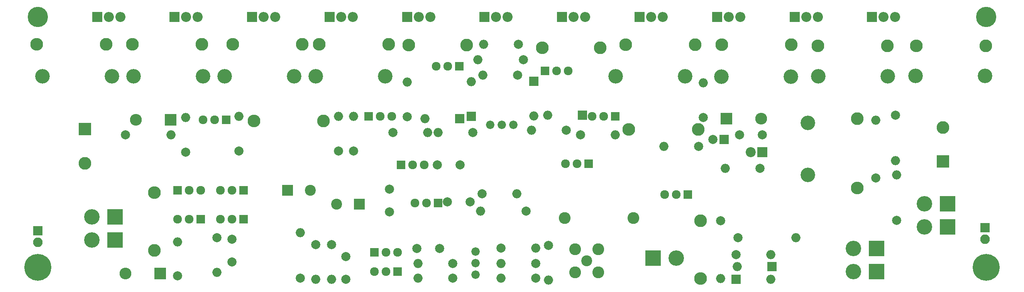
<source format=gbr>
G04 #@! TF.FileFunction,Soldermask,Bot*
%FSLAX46Y46*%
G04 Gerber Fmt 4.6, Leading zero omitted, Abs format (unit mm)*
G04 Created by KiCad (PCBNEW 4.0.7) date 06/25/21 20:42:02*
%MOMM*%
%LPD*%
G01*
G04 APERTURE LIST*
%ADD10C,0.100000*%
%ADD11C,2.000000*%
%ADD12O,2.000000X2.000000*%
%ADD13C,2.800000*%
%ADD14O,2.800000X2.800000*%
%ADD15C,1.920000*%
%ADD16R,1.920000X1.920000*%
%ADD17R,2.600000X2.600000*%
%ADD18O,2.600000X2.600000*%
%ADD19R,2.800000X2.800000*%
%ADD20C,2.600000*%
%ADD21C,2.400000*%
%ADD22R,2.000000X2.000000*%
%ADD23R,2.400000X2.400000*%
%ADD24R,2.200000X2.200000*%
%ADD25C,2.200000*%
%ADD26C,1.840000*%
%ADD27C,5.900000*%
%ADD28C,4.464000*%
%ADD29O,2.200000X2.200000*%
%ADD30C,3.200000*%
%ADD31R,2.100000X2.100000*%
%ADD32O,2.100000X2.100000*%
%ADD33R,3.400000X3.400000*%
%ADD34C,3.400000*%
%ADD35O,3.200000X3.200000*%
G04 APERTURE END LIST*
D10*
D11*
X120142000Y-84836000D03*
X120142000Y-89836000D03*
X138430000Y-72390000D03*
D12*
X130810000Y-72390000D03*
D13*
X166350000Y-53725000D03*
D14*
X153650000Y-53725000D03*
D15*
X85598000Y-91440000D03*
X83058000Y-91440000D03*
D16*
X88138000Y-91440000D03*
D11*
X73660000Y-103886000D03*
D12*
X73660000Y-96386000D03*
D13*
X187198000Y-53086000D03*
D14*
X171958000Y-53086000D03*
D15*
X183060000Y-86000000D03*
X180520000Y-86000000D03*
D16*
X185600000Y-86000000D03*
D15*
X76200000Y-85090000D03*
X78740000Y-85090000D03*
D16*
X73660000Y-85090000D03*
D17*
X194056000Y-69342000D03*
D18*
X201676000Y-69342000D03*
D19*
X53340000Y-71628000D03*
D13*
X53340000Y-79128000D03*
D20*
X160880000Y-103070000D03*
X160880000Y-97990000D03*
X165960000Y-97990000D03*
X165960000Y-103070000D03*
D21*
X163420000Y-100530000D03*
D22*
X193548000Y-73914000D03*
D11*
X191048000Y-73914000D03*
D15*
X119340000Y-98700000D03*
X121880000Y-98700000D03*
D16*
X116800000Y-98700000D03*
D11*
X162052000Y-72898000D03*
D12*
X169672000Y-72898000D03*
D11*
X85598000Y-100838000D03*
X85598000Y-95838000D03*
X201930000Y-72898000D03*
X196930000Y-72898000D03*
X110600000Y-104600000D03*
X110600000Y-99600000D03*
D23*
X97790000Y-85090000D03*
D21*
X102790000Y-85090000D03*
D23*
X113538000Y-88138000D03*
D21*
X108538000Y-88138000D03*
D11*
X132842000Y-87630000D03*
X137842000Y-87630000D03*
X149500000Y-56400000D03*
D12*
X139500000Y-56400000D03*
D11*
X231394000Y-91694000D03*
D12*
X231394000Y-81694000D03*
D11*
X62230000Y-72898000D03*
D12*
X72230000Y-72898000D03*
D19*
X241554000Y-78740000D03*
D13*
X241554000Y-71240000D03*
D11*
X231140000Y-68580000D03*
D12*
X231140000Y-78580000D03*
D17*
X69850000Y-103378000D03*
D18*
X62230000Y-103378000D03*
D24*
X201930000Y-76708000D03*
D25*
X199390000Y-76708000D03*
D22*
X138100000Y-68800000D03*
D12*
X138100000Y-61180000D03*
D22*
X151825000Y-61100000D03*
D12*
X151825000Y-68720000D03*
D17*
X72136000Y-69596000D03*
D18*
X64516000Y-69596000D03*
D11*
X144600000Y-97800000D03*
D12*
X152220000Y-97800000D03*
D11*
X155000000Y-97200000D03*
D12*
X155000000Y-104820000D03*
D11*
X87122000Y-76454000D03*
D12*
X87122000Y-68834000D03*
D11*
X75438000Y-76708000D03*
D12*
X75438000Y-69088000D03*
D11*
X82296000Y-95504000D03*
D12*
X82296000Y-103124000D03*
D11*
X134000000Y-101200000D03*
D12*
X126380000Y-101200000D03*
D11*
X134000000Y-104400000D03*
D12*
X126380000Y-104400000D03*
D11*
X152200000Y-101200000D03*
D12*
X144580000Y-101200000D03*
D11*
X152200000Y-104400000D03*
D12*
X144580000Y-104400000D03*
D26*
X139000000Y-103600000D03*
X139000000Y-101060000D03*
X139000000Y-98520000D03*
D13*
X188400000Y-91800000D03*
D14*
X188400000Y-104500000D03*
D11*
X201422000Y-80264000D03*
D12*
X193802000Y-80264000D03*
D13*
X68580000Y-98298000D03*
D14*
X68580000Y-85598000D03*
D11*
X107400000Y-97000000D03*
D12*
X107400000Y-104620000D03*
D11*
X104000000Y-97000000D03*
D12*
X104000000Y-104620000D03*
D11*
X192800000Y-91800000D03*
D12*
X192800000Y-104500000D03*
D11*
X112268000Y-76454000D03*
D12*
X112268000Y-68834000D03*
D26*
X147300000Y-70700000D03*
X144760000Y-70700000D03*
X142220000Y-70700000D03*
D11*
X158875000Y-71900000D03*
D12*
X151255000Y-71900000D03*
D11*
X187960000Y-75438000D03*
D12*
X180340000Y-75438000D03*
D11*
X120904000Y-72390000D03*
D12*
X128524000Y-72390000D03*
D13*
X187825000Y-71700000D03*
D14*
X172585000Y-71700000D03*
D11*
X124050000Y-68900000D03*
D12*
X124050000Y-61280000D03*
D11*
X188925000Y-69075000D03*
D12*
X188925000Y-61455000D03*
D13*
X137050000Y-53150000D03*
D14*
X124350000Y-53150000D03*
D11*
X226800000Y-82400000D03*
D12*
X226800000Y-69700000D03*
D27*
X251000000Y-102000000D03*
D28*
X251000000Y-47000000D03*
D27*
X43000000Y-102000000D03*
D28*
X43000000Y-47000000D03*
D13*
X105664000Y-69850000D03*
D14*
X90424000Y-69850000D03*
D20*
X158600000Y-91200000D03*
X173600000Y-91200000D03*
D24*
X141000000Y-47000000D03*
D29*
X143540000Y-47000000D03*
X146080000Y-47000000D03*
D24*
X124000000Y-47000000D03*
D29*
X126540000Y-47000000D03*
X129080000Y-47000000D03*
D24*
X158000000Y-47000000D03*
D29*
X160540000Y-47000000D03*
X163080000Y-47000000D03*
D30*
X211950000Y-81690000D03*
X211950000Y-70260000D03*
D13*
X222758000Y-69342000D03*
D14*
X222758000Y-84582000D03*
D15*
X119360000Y-102900000D03*
X116820000Y-102900000D03*
D16*
X121900000Y-102900000D03*
D15*
X85598000Y-85090000D03*
X83058000Y-85090000D03*
D16*
X88138000Y-85090000D03*
D15*
X76200000Y-91440000D03*
X73660000Y-91440000D03*
D16*
X78740000Y-91440000D03*
D15*
X128270000Y-87884000D03*
X125730000Y-87884000D03*
D16*
X130810000Y-87884000D03*
D15*
X118110000Y-68834000D03*
X120650000Y-68834000D03*
D16*
X115570000Y-68834000D03*
D15*
X167132000Y-68834000D03*
X164592000Y-68834000D03*
D16*
X169672000Y-68834000D03*
D11*
X100584000Y-104394000D03*
D12*
X100584000Y-94394000D03*
D11*
X196596000Y-95504000D03*
D12*
X209296000Y-95504000D03*
D11*
X150114000Y-89662000D03*
D12*
X140114000Y-89662000D03*
D11*
X135636000Y-79502000D03*
X130636000Y-79502000D03*
X140462000Y-85852000D03*
D12*
X148082000Y-85852000D03*
D31*
X250750000Y-93250000D03*
D32*
X250750000Y-95790000D03*
D31*
X43000000Y-94000000D03*
D32*
X43000000Y-96540000D03*
D33*
X227000000Y-97900000D03*
D34*
X221920000Y-97900000D03*
D33*
X227000000Y-102980000D03*
D34*
X221920000Y-102980000D03*
D33*
X242600000Y-88000000D03*
D34*
X237520000Y-88000000D03*
D33*
X242600000Y-93080000D03*
D34*
X237520000Y-93080000D03*
D33*
X59944000Y-90932000D03*
D34*
X54864000Y-90932000D03*
D33*
X59944000Y-96012000D03*
D34*
X54864000Y-96012000D03*
D33*
X178000000Y-100000000D03*
D34*
X183080000Y-100000000D03*
D22*
X196200000Y-104600000D03*
D12*
X203820000Y-104600000D03*
D22*
X204000000Y-101800000D03*
D12*
X196380000Y-101800000D03*
D11*
X196200000Y-99200000D03*
D12*
X203820000Y-99200000D03*
D13*
X120000000Y-53000000D03*
D14*
X104760000Y-53000000D03*
D13*
X101000000Y-53000000D03*
D14*
X85760000Y-53000000D03*
D13*
X79000000Y-53000000D03*
D14*
X63760000Y-53000000D03*
D13*
X58000000Y-53000000D03*
D14*
X42760000Y-53000000D03*
D13*
X250952000Y-53340000D03*
D14*
X235712000Y-53340000D03*
D13*
X229362000Y-53340000D03*
D14*
X214122000Y-53340000D03*
D13*
X208280000Y-53086000D03*
D14*
X193040000Y-53086000D03*
D11*
X131100000Y-97900000D03*
X126100000Y-97900000D03*
X148450000Y-52950000D03*
D12*
X140830000Y-52950000D03*
D22*
X135500000Y-69300000D03*
D12*
X127880000Y-69300000D03*
D22*
X162425000Y-68575000D03*
D12*
X154805000Y-68575000D03*
D15*
X81788000Y-69596000D03*
X79248000Y-69596000D03*
D16*
X84328000Y-69596000D03*
D15*
X125222000Y-79502000D03*
X127762000Y-79502000D03*
D16*
X122682000Y-79502000D03*
D15*
X161290000Y-79248000D03*
X158750000Y-79248000D03*
D16*
X163830000Y-79248000D03*
D24*
X56000000Y-47000000D03*
D29*
X58540000Y-47000000D03*
X61080000Y-47000000D03*
D24*
X226000000Y-47000000D03*
D29*
X228540000Y-47000000D03*
X231080000Y-47000000D03*
D24*
X73000000Y-47000000D03*
D29*
X75540000Y-47000000D03*
X78080000Y-47000000D03*
D24*
X209000000Y-47000000D03*
D29*
X211540000Y-47000000D03*
X214080000Y-47000000D03*
D24*
X90000000Y-47000000D03*
D29*
X92540000Y-47000000D03*
X95080000Y-47000000D03*
D24*
X192000000Y-47000000D03*
D29*
X194540000Y-47000000D03*
X197080000Y-47000000D03*
D24*
X107000000Y-47000000D03*
D29*
X109540000Y-47000000D03*
X112080000Y-47000000D03*
D24*
X175000000Y-47000000D03*
D29*
X177540000Y-47000000D03*
X180080000Y-47000000D03*
D15*
X132910000Y-57800000D03*
X130370000Y-57800000D03*
D16*
X135450000Y-57800000D03*
D15*
X156790000Y-58800000D03*
X159330000Y-58800000D03*
D16*
X154250000Y-58800000D03*
D11*
X108966000Y-76454000D03*
D12*
X108966000Y-68834000D03*
D30*
X44000000Y-60000000D03*
D35*
X59240000Y-60000000D03*
D30*
X250750000Y-59900000D03*
D35*
X235510000Y-59900000D03*
D30*
X64000000Y-60000000D03*
D35*
X79240000Y-60000000D03*
D30*
X229450000Y-59975000D03*
D35*
X214210000Y-59975000D03*
D30*
X84000000Y-60000000D03*
D35*
X99240000Y-60000000D03*
D30*
X208200000Y-60100000D03*
D35*
X192960000Y-60100000D03*
D30*
X104000000Y-60000000D03*
D35*
X119240000Y-60000000D03*
D30*
X185000000Y-60000000D03*
D35*
X169760000Y-60000000D03*
D11*
X148250000Y-59750000D03*
D12*
X140630000Y-59750000D03*
M02*

</source>
